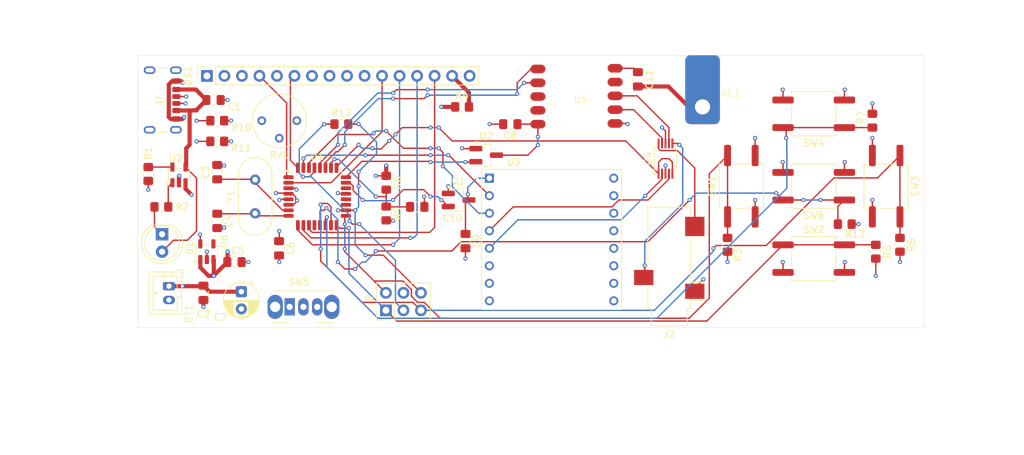
<source format=kicad_pcb>
(kicad_pcb (version 20241229) (generator "pcbnew") (generator_version "9.0")
  (layers (0 "F.Cu" signal "SIG1.Cu") (4 "In1.Cu" power "GND.Cu") (6 "In2.Cu" power "PWR.Cu") (2 "B.Cu" signal "SIG2.Cu") (13 "F.Paste" user) (15 "B.Paste" user) (5 "F.SilkS" user "F.Silkscreen") (7 "B.SilkS" user "B.Silkscreen") (1 "F.Mask" user) (3 "B.Mask" user) (25 "Edge.Cuts" user))
  (net 0 "")
  (net 1 "GND")
  (net 2 "Net-(BT1-+)")
  (net 3 "Net-(D1-A)")
  (net 4 "Net-(U1-XTAL1{slash}PB6)")
  (net 5 "Net-(U1-XTAL2{slash}PB7)")
  (net 6 "Net-(DS1-VDD)")
  (net 7 "RST_VCC")
  (net 8 "Net-(Q2-S)")
  (net 9 "Net-(Q1-S)")
  (net 10 "Net-(U1-PC3)")
  (net 11 "Net-(U5-ANT)")
  (net 12 "Net-(D1-K)")
  (net 14 "Net-(DS1-LED(+))")
  (net 16 "/D5")
  (net 18 "/RS")
  (net 19 "/D4")
  (net 20 "/D7")
  (net 21 "/E")
  (net 22 "/D6")
  (net 23 "Net-(DS1-VO)")
  (net 25 "Net-(J1-CC2)")
  (net 28 "Net-(J1-CC1)")
  (net 31 "Net-(J2-PadT)")
  (net 32 "Net-(J2-PadR)")
  (net 33 "RST_ISP")
  (net 34 "MOSI_ISP")
  (net 35 "MISO_ISP")
  (net 36 "SCK_ISP")
  (net 37 "Net-(Q1-G)")
  (net 38 "Net-(Q2-G)")
  (net 39 "Net-(U2-PROG)")
  (net 40 "Net-(U2-STAT)")
  (net 41 "/btn_u")
  (net 43 "Net-(U1-PC2)")
  (net 44 "/A_RX")
  (net 46 "/btn_ok")
  (net 47 "/R_SCL")
  (net 49 "/R_SDA")
  (net 51 "/A_TX")
  (net 54 "Net-(U3-DAC_L)")
  (net 61 "Net-(U3-DAC_R)")
  (net 63 "Net-(U5-ROUT)")
  (net 64 "Net-(U5-LOUT)")
  (net 69 "Net-(AE1-A)")
  (footprint "Resistor_SMD:R_0805_2012Metric_Pad1.20x1.40mm_HandSolder" (layer "F.Cu") (at 185.5 65 -90)
    (property "Reference" "R5")
    (property "Value" "10k")
  )
  (footprint "Button_Switch_SMD:SW_Push_1P1T_NO_CK_KSC9xxG" (layer "F.Cu") (at 176.5 66 180)
    (property "Reference" "SW2")
    (property "Value" "SW_D")
  )
  (footprint "Package_TO_SOT_SMD:SOT-23-5" (layer "F.Cu") (at 88.5 65 90)
    (property "Reference" "U6")
    (property "Value" "MCP1802x-xx02xOT")
  )
  (footprint "Connector_PinSocket_2.54mm:PinSocket_1x16_P2.54mm_Vertical" (layer "F.Cu") (at 88.5 39.5 90)
    (property "Reference" "DS1")
    (property "Value" "WC1602A")
  )
  (footprint "Capacitor_SMD:C_0805_2012Metric_Pad1.18x1.45mm_HandSolder" (layer "F.Cu") (at 132.5 46.5 180)
    (property "Reference" "C8")
    (property "Value" "100n")
  )
  (footprint "Capacitor_SMD:C_0805_2012Metric_Pad1.18x1.45mm_HandSolder" (layer "F.Cu") (at 98.9625 64.5 -90)
    (property "Reference" "C6")
    (property "Value" "1u")
  )
  (footprint "Resistor_SMD:R_0805_2012Metric_Pad1.20x1.40mm_HandSolder" (layer "F.Cu") (at 125.5 44)
    (property "Reference" "R4")
    (property "Value" "470")
  )
  (footprint "Package_TO_SOT_SMD:SOT-23_Handsoldering" (layer "F.Cu") (at 129 51)
    (property "Reference" "Q2")
    (property "Value" "PMOS")
  )
  (footprint "Capacitor_SMD:C_0805_2012Metric_Pad1.18x1.45mm_HandSolder" (layer "F.Cu") (at 119 58.5)
    (property "Reference" "C10")
    (property "Value" "100n")
  )
  (footprint "Package_QFP:TQFP-32_7x7mm_P0.8mm" (layer "F.Cu") (at 104.5 56.996607)
    (property "Reference" "U1")
    (property "Value" "ATmega328P-A")
  )
  (footprint "LED_THT:LED_D5.0mm" (layer "F.Cu") (at 82 62.46 -90)
    (property "Reference" "D1")
    (property "Value" "LED")
  )
  (footprint "Potentiometer_THT:Potentiometer_Bourns_3339P_Vertical" (layer "F.Cu") (at 101.54 46 90)
    (property "Reference" "RV1")
    (property "Value" "100k")
  )
  (footprint "Connector_USB:USB_C_Receptacle_GCT_USB4125-xx-x-0190_6P_TopMnt_Horizontal" (layer "F.Cu") (at 81 43 -90)
    (property "Reference" "J1")
    (property "Value" "USB_C_Receptacle_PowerOnly_6P")
  )
  (footprint "Button_Switch_SMD:SW_Push_1P1T_NO_CK_KSC9xxG" (layer "F.Cu") (at 166 55.5 -90)
    (property "Reference" "SW1")
    (property "Value" "SW_L")
  )
  (footprint "Resistor_SMD:R_0805_2012Metric_Pad1.20x1.40mm_HandSolder" (layer "F.Cu") (at 80 53.725 90)
    (property "Reference" "R1")
    (property "Value" "2k")
  )
  (footprint "Capacitor_SMD:C_0805_2012Metric_Pad1.18x1.45mm_HandSolder" (layer "F.Cu") (at 88 70.9625 -90)
    (property "Reference" "C2")
    (property "Value" "4u7")
  )
  (footprint "Connector_Audio:Jack_3.5mm_CUI_SJ-3523-SMT_Horizontal" (layer "F.Cu") (at 155.55 67.1375 180)
    (property "Reference" "J2")
    (property "Value" "AudioJack3")
  )
  (footprint "Connector_PinHeader_2.54mm:PinHeader_2x03_P2.54mm_Vertical" (layer "F.Cu") (at 114.46 73.5 90)
    (property "Reference" "J3")
    (property "Value" "ISP")
  )
  (footprint "Custom_footprints:MODULE_DFR0299" (layer "F.Cu") (at 138.483 63.23)
    (property "Reference" "U3")
    (property "Value" "DFR0299")
  )
  (footprint "Package_TO_SOT_SMD:SOT-23_Handsoldering" (layer "F.Cu") (at 125 57.5)
    (property "Reference" "Q1")
    (property "Value" "PMOS")
  )
  (footprint "Resistor_SMD:R_0805_2012Metric_Pad1.20x1.40mm_HandSolder" (layer "F.Cu") (at 164 64 -90)
    (property "Reference" "R3")
    (property "Value" "10k")
  )
  (footprint "Capacitor_SMD:C_0805_2012Metric_Pad1.18x1.45mm_HandSolder" (layer "F.Cu") (at 90 53.459107 90)
    (property "Reference" "C3")
    (property "Value" "20p")
  )
  (footprint "Capacitor_SMD:C_0805_2012Metric_Pad1.18x1.45mm_HandSolder" (layer "F.Cu") (at 92.5 66.5)
    (property "Reference" "C5")
    (property "Value" "100n")
  )
  (footprint "Button_Switch_SMD:SW_Push_1P1T_NO_CK_KSC9xxG" (layer "F.Cu") (at 187 55.5 90)
    (property "Reference" "SW3")
    (property "Value" "SW_R")
  )
  (footprint "Button_Switch_SMD:SW_Push_1P1T_NO_CK_KSC9xxG" (layer "F.Cu") (at 176.5 55.5)
    (property "Reference" "SW6")
    (property "Value" "SW_OK")
  )
  (footprint "Package_TO_SOT_SMD:SOT-23-5" (layer "F.Cu") (at 84.45 53.8625 90)
    (property "Reference" "U2")
    (property "Value" "MCP73831-2-OT")
  )
  (footprint "Connector_JST:JST_PH_B2B-PH-K_1x02_P2.00mm_Vertical" (layer "F.Cu") (at 83 70 -90)
    (property "Reference" "BT1")
    (property "Value" "Battery_Cell")
  )
  (footprint "Resistor_SMD:R_0805_2012Metric_Pad1.20x1.40mm_HandSolder" (layer "F.Cu") (at 189 64 -90)
    (property "Reference" "R6")
    (property "Value" "10k")
  )
  (footprint "Resistor_SMD:R_0805_2012Metric_Pad1.20x1.40mm_HandSolder" (layer "F.Cu") (at 81.9 58.5 180)
    (property "Reference" "R2")
    (property "Value" "470")
  )
  (footprint "Resistor_SMD:R_0805_2012Metric_Pad1.20x1.40mm_HandSolder" (layer "F.Cu") (at 108 46.5)
    (property "Reference" "R12")
    (property "Value" "10k")
  )
  (footprint "Capacitor_THT:CP_Radial_D5.0mm_P2.50mm" (layer "F.Cu") (at 93.5 70.794888 -90)
    (property "Reference" "C7")
    (property "Value" "47u")
  )
  (footprint "Capacitor_SMD:C_0805_2012Metric_Pad1.18x1.45mm_HandSolder" (layer "F.Cu") (at 89.4625 43)
    (property "Reference" "C1")
    (property "Value" "4u7")
  )
  (footprint "Resistor_SMD:R_0805_2012Metric_Pad1.20x1.40mm_HandSolder" (layer "F.Cu") (at 90 46)
    (property "Reference" "R10")
    (property "Value" "5k1")
  )
  (footprint "Resistor_SMD:R_0805_2012Metric_Pad1.20x1.40mm_HandSolder" (layer "F.Cu") (at 90 49)
    (property "Reference" "R11")
    (property "Value" "5k1")
  )
  (footprint "Resistor_SMD:R_0805_2012Metric_Pad1.20x1.40mm_HandSolder" (layer "F.Cu") (at 114.5 59.45 -90)
    (property "Reference" "R9")
    (property "Value" "100k")
  )
  (footprint "Resistor_SMD:R_0805_2012Metric_Pad1.20x1.40mm_HandSolder" (layer "F.Cu") (at 114.5 55 -90)
    (property "Reference" "R8")
    (property "Value" "100k")
  )
  (footprint "Crystal:Crystal_HC49-4H_Vertical" (layer "F.Cu") (at 95.5 59.436607 90)
    (property "Reference" "Y1")
    (property "Value" "8MHz")
  )
  (footprint "Button_Switch_THT:SW_Slide_SPDT_Angled_CK_OS102011MA1Q" (layer "F.Cu") (at 100.5 73)
    (property "Reference" "SW5")
    (property "Value" "SW_SPDT")
  )
  (footprint "Package_SO:VSSOP-10_3x3mm_P0.5mm" (layer "F.Cu") (at 155 51.5 90)
    (property "Reference" "U4")
    (property "Value" "TS5A23159DGS")
  )
  (footprint "Resistor_SMD:R_0805_2012Metric_Pad1.20x1.40mm_HandSolder" (layer "F.Cu") (at 185 46 90)
    (property "Reference" "R7")
    (property "Value" "10k")
  )
  (footprint "Capacitor_SMD:C_0805_2012Metric_Pad1.18x1.45mm_HandSolder" (layer "F.Cu") (at 126 63.4625 -90)
    (property "Reference" "C9")
    (property "Value" "100n")
  )
  (footprint "Button_Switch_SMD:SW_Push_1P1T_NO_CK_KSC9xxG" (layer "F.Cu") (at 176.5 45)
    (property "Reference" "SW4")
    (property "Value" "SW_U")
  )
  (footprint "Custom_footprints:RDA5807M Module" (layer "F.Cu") (at 142.2 42.4)
    (property "Reference" "U5")
    (property "Value" "RDA5807M")
  )
  (footprint "Capacitor_SMD:C_0805_2012Metric_Pad1.18x1.45mm_HandSolder" (layer "F.Cu") (at 90 60.534107 -90)
    (property "Reference" "C4")
    (property "Value" "20p")
  )
  (footprint "Resistor_SMD:R_0805_2012Metric_Pad1.20x1.40mm_HandSolder" (layer "F.Cu") (at 181 61)
    (property "Reference" "R13")
    (property "Value" "10k")
  )
  (footprint "Capacitor_SMD:C_0805_2012Metric_Pad1.18x1.45mm_HandSolder" (layer "F.Cu") (at 151 40 -90)
    (property "Reference" "C11")
    (property "Value" "30p")
  )
  (footprint "Custom_footprints:FM_Antenna_Mount" (layer "F.Cu") (at 162.875 41.5 180)
    (property "Reference" "AE1")
    (property "Value" "Antenna")
  )
  (gr_rect (start 78.5 36.5) (end 192.5 76) (stroke (width 0.05)) (fill no) (layer "Edge.Cuts"))
  (segment (start 98.9625 65.5375) (end 98.9625 66.4625) (width 0.2) (layer "F.Cu") (net 1))
  (segment (start 84.45 54.05) (end 84.5 54) (width 0.2) (layer "F.Cu") (net 1))
  (segment (start 101.296607 55.796607) (end 101.5 56) (width 0.2) (layer "F.Cu") (net 1))
  (segment (start 84.95 45.75) (end 85.2 45.5) (width 0.6) (layer "F.Cu") (net 1))
  (segment (start 80 54.725) (end 80 56) (width 0.2) (layer "F.Cu") (net 1))
  (segment (start 84.75 40.25) (end 85 40.5) (width 0.6) (layer "F.Cu") (net 1))
  (segment (start 90.928393 61.571607) (end 91 61.5) (width 0.2) (layer "F.Cu") (net 1))
  (segment (start 131.4625 46.5) (end 129.5 46.5) (width 0.2) (layer "F.Cu") (net 1))
  (segment (start 100.3375 57.396607) (end 99.103393 57.396607) (width 0.2) (layer "F.Cu") (net 1))
  (segment (start 84.08 45.75) (end 84.95 45.75) (width 0.6) (layer "F.Cu") (net 1))
  (segment (start 90.921607 52.421607) (end 91 52.5) (width 0.2) (layer "F.Cu") (net 1))
  (segment (start 98.9625 66.4625) (end 99 66.5) (width 0.2) (layer "F.Cu") (net 1))
  (segment (start 182 61) (end 183 61) (width 0.2) (layer "F.Cu") (net 1))
  (segment (start 120.0375 57.0375) (end 120 57) (width 0.2) (layer "F.Cu") (net 1))
  (segment (start 159.25 70.7375) (end 159.25 70.25) (width 0.2) (layer "F.Cu") (net 1))
  (segment (start 84.08 40.25) (end 83.48 40.25) (width 0.6) (layer "F.Cu") (net 1))
  (segment (start 88.5 66.1375) (end 88.5 65) (width 0.2) (layer "F.Cu") (net 1))
  (segment (start 155 53.7) (end 155 52.5) (width 0.2) (layer "F.Cu") (net 1))
  (segment (start 88 72) (end 88 73) (width 0.6) (layer "F.Cu") (net 1))
  (segment (start 83.25 45.75) (end 84.08 45.75) (width 0.6) (layer "F.Cu") (net 1))
  (segment (start 84.08 40.25) (end 84.75 40.25) (width 0.6) (layer "F.Cu") (net 1))
  (segment (start 90.5 43) (end 91.5 43) (width 0.2) (layer "F.Cu") (net 1))
  (segment (start 99.103393 57.396607) (end 99 57.5) (width 0.2) (layer "F.Cu") (net 1))
  (segment (start 114.5 60.45) (end 115.45 60.45) (width 0.2) (layer "F.Cu") (net 1))
  (segment (start 159.25 70.25) (end 160.5 69) (width 0.2) (layer "F.Cu") (net 1))
  (segment (start 189 65) (end 189 66.5) (width 0.2) (layer "F.Cu") (net 1))
  (segment (start 84.45 55) (end 84.45 54.05) (width 0.6) (layer "F.Cu") (net 1))
  (segment (start 91 49) (end 92 49) (width 0.2) (layer "F.Cu") (net 1))
  (segment (start 115.45 60.45) (end 115.5 60.5) (width 0.2) (layer "F.Cu") (net 1))
  (segment (start 84.18 45.75) (end 84.08 45.75) (width 0.6) (layer "F.Cu") (net 1))
  (segment (start 83.48 40.25) (end 82.979 40.751) (width 0.6) (layer "F.Cu") (net 1))
  (segment (start 93.5375 66.5) (end 94.5 66.5) (width 0.2) (layer "F.Cu") (net 1))
  (segment (start 185.5 66) (end 185.5 68.5) (width 0.2) (layer "F.Cu") (net 1))
  (segment (start 82.979 45.479) (end 83.25 45.75) (width 0.6) (layer "F.Cu") (net 1))
  (segment (start 149.4 46.4) (end 149.5 46.5) (width 0.2) (layer "F.Cu") (net 1))
  (segment (start 147.7 46.4) (end 149.4 46.4) (width 0.2) (layer "F.Cu") (net 1))
  (segment (start 126 64.5) (end 126 66) (width 0.2) (layer "F.Cu") (net 1))
  (segment (start 90 61.571607) (end 90.928393 61.571607) (width 0.2) (layer "F.Cu") (net 1))
  (segment (start 108.6625 56.596607) (end 107.596607 56.596607) (width 0.2) (layer "F.Cu") (net 1))
  (segment (start 164 65) (end 164 66.5) (width 0.2) (layer "F.Cu") (net 1))
  (segment (start 100.3375 55.796607) (end 101.296607 55.796607) (width 0.2) (layer "F.Cu") (net 1))
  (segment (start 90 52.421607) (end 90.921607 52.421607) (width 0.2) (layer "F.Cu") (net 1))
  (segment (start 82.979 40.751) (end 82.979 45.479) (width 0.6) (layer "F.Cu") (net 1))
  (segment (start 185 45) (end 185 43.5) (width 0.2) (layer "F.Cu") (net 1))
  (segment (start 107.596607 56.596607) (end 107.5 56.5) (width 0.2) (layer "F.Cu") (net 1))
  (segment (start 120.0375 58.5) (end 120.0375 57.0375) (width 0.2) (layer "F.Cu") (net 1))
  (segment (start 91 46) (end 92 46) (width 0.2) (layer "F.Cu") (net 1))
  (via (at 85 40.5) (size 0.6) (drill 0.3) (layers "F.Cu" "B.Cu") (net 1))
  (via (at 88.5 65) (size 0.6) (drill 0.3) (layers "F.Cu" "B.Cu") (net 1))
  (via (at 107.5 56.5) (size 0.6) (drill 0.3) (layers "F.Cu" "B.Cu") (net 1))
  (via (at 185.5 68.5) (size 0.6) (drill 0.3) (layers "F.Cu" "B.Cu") (net 1))
  (via (at 149.5 46.5) (size 0.6) (drill 0.3) (layers "F.Cu" "B.Cu") (net 1))
  (via (at 99 66.5) (size 0.6) (drill 0.3) (layers "F.Cu" "B.Cu") (net 1))
  (via (at 126 66) (size 0.6) (drill 0.3) (layers "F.Cu" "B.Cu") (net 1))
  (via (at 91 61.5) (size 0.6) (drill 0.3) (layers "F.Cu" "B.Cu") (net 1))
  (via (at 91 52.5) (size 0.6) (drill 0.3) (layers "F.Cu" "B.Cu") (net 1))
  (via (at 84.5 54) (size 0.6) (drill 0.3) (layers "F.Cu" "B.Cu") (net 1))
  (via (at 91.5 43) (size 0.6) (drill 0.3) (layers "F.Cu" "B.Cu") (net 1))
  (via (at 80 56) (size 0.6) (drill 0.3) (layers "F.Cu" "B.Cu") (net 1))
  (via (at 92 49) (size 0.6) (drill 0.3) (layers "F.Cu" "B.Cu") (net 1))
  (via (at 164 66.5) (size 0.6) (drill 0.3) (layers "F.Cu" "B.Cu") (net 1))
  (via (at 101.5 56) (size 0.6) (drill 0.3) (layers "F.Cu" "B.Cu") (net 1))
  (via (at 120 57) (size 0.6) (drill 0.3) (layers "F.Cu" "B.Cu") (net 1))
  (via (at 94.5 66.5) (size 0.6) (drill 0.3) (layers "F.Cu" "B.Cu") (net 1))
  (via (at 160.5 69) (size 0.6) (drill 0.3) (layers "F.Cu" "B.Cu") (net 1))
  (via (at 183 61) (size 0.6) (drill 0.3) (layers "F.Cu" "B.Cu") (net 1))
  (via (at 189 66.5) (size 0.6) (drill 0.3) (layers "F.Cu" "B.Cu") (net 1))
  (via (at 88 73) (size 0.6) (drill 0.3) (layers "F.Cu" "B.Cu") (net 1))
  (via (at 85.2 45.5) (size 0.6) (drill 0.3) (layers "F.Cu" "B.Cu") (net 1))
  (via (at 99 57.5) (size 0.6) (drill 0.3) (layers "F.Cu" "B.Cu") (net 1))
  (via (at 92 46) (size 0.6) (drill 0.3) (layers "F.Cu" "B.Cu") (net 1))
  (via (at 155 52.5) (size 0.6) (drill 0.3) (layers "F.Cu" "B.Cu") (net 1))
  (via (at 115.5 60.5) (size 0.6) (drill 0.3) (layers "F.Cu" "B.Cu") (net 1))
  (via (at 129.5 46.5) (size 0.6) (drill 0.3) (layers "F.Cu" "B.Cu") (net 1))
  (via (at 185 43.5) (size 0.6) (drill 0.3) (layers "F.Cu" "B.Cu") (net 1))
  (segment (start 86.262471 56.737529) (end 85.4 55.875058) (width 0.6) (layer "F.Cu") (net 2))
  (segment (start 88.869888 70.794888) (end 88 69.925) (width 0.6) (layer "F.Cu") (net 2))
  (segment (start 88 70) (end 85 70) (width 0.6) (layer "F.Cu") (net 2))
  (segment (start 93.5 70.794888) (end 88.869888 70.794888) (width 0.6) (layer "F.Cu") (net 2))
  (segment (start 85 70) (end 83 70) (width 0.6) (layer "F.Cu") (net 2))
  (segment (start 85.4 55.875058) (end 85.4 55) (width 0.6) (layer "F.Cu") (net 2))
  (via (at 86.262471 56.737529) (size 0.6) (drill 0.3) (layers "F.Cu" "B.Cu") (net 2))
  (via (at 85 70) (size 0.6) (drill 0.3) (layers "F.Cu" "B.Cu") (net 2))
  (segment (start 85.5 52.625) (end 85.5 50) (width 0.6) (layer "F.Cu") (net 3))
  (segment (start 87 44.425) (end 88.425 43) (width 0.6) (layer "F.Cu") (net 3))
  (segment (start 86 49.5) (end 86 44.52) (width 0.6) (layer "F.Cu") (net 3))
  (segment (start 87 62) (end 85.665 63.335) (width 0.2) (layer "F.Cu") (net 3))
  (segment (start 85.665 63.335) (end 83.665 63.335) (width 0.2) (layer "F.Cu") (net 3))
  (segment (start 86.905 41.48) (end 88.425 43) (width 0.6) (layer "F.Cu") (net 3))
  (segment (start 85.5 50) (end 86 49.5) (width 0.6) (layer "F.Cu") (net 3))
  (segment (start 87 54.325) (end 87 62) (width 0.2) (layer "F.Cu") (net 3))
  (segment (start 86.5 44.52) (end 86.52 44.5) (width 0.6) (layer "F.Cu") (net 3))
  (segment (start 85.4 52.725) (end 87 54.325) (width 0.2) (layer "F.Cu") (net 3))
  (segment (start 83.665 63.335) (end 82 65) (width 0.2) (layer "F.Cu") (net 3))
  (segment (start 86.52 44.5) (end 87 44.5) (width 0.6) (layer "F.Cu") (net 3))
  (segment (start 86 44.52) (end 86.5 44.52) (width 0.6) (layer "F.Cu") (net 3))
  (segment (start 84.08 44.52) (end 86 44.52) (width 0.6) (layer "F.Cu") (net 3))
  (segment (start 84.08 41.48) (end 86.905 41.48) (width 0.6) (layer "F.Cu") (net 3))
  (segment (start 87 44.5) (end 87 44.425) (width 0.6) (layer "F.Cu") (net 3))
  (segment (start 85.4 52.725) (end 85.5 52.625) (width 0.6) (layer "F.Cu") (net 3))
  (segment (start 90 54.496607) (end 95.44 54.496607) (width 0.2) (layer "F.Cu") (net 4))
  (segment (start 99.493214 58.996607) (end 100.3375 58.996607) (width 0.2) (layer "F.Cu") (net 4))
  (segment (start 95.44 54.496607) (end 95.5 54.556607) (width 0.6) (layer "F.Cu") (net 4))
  (segment (start 95.5 55.003393) (end 99.493214 58.996607) (width 0.2) (layer "F.Cu") (net 4))
  (segment (start 95.5 54.556607) (end 95.5 55.003393) (width 0.6) (layer "F.Cu") (net 4))
  (segment (start 95.44 59.496607) (end 95.5 59.436607) (width 0.6) (layer "F.Cu") (net 5))
  (segment (start 90 59.496607) (end 95.44 59.496607) (width 0.2) (layer "F.Cu") (net 5))
  (segment (start 95.861 59.797607) (end 100.3375 59.797607) (width 0.2) (layer "F.Cu") (net 5))
  (segment (start 95.5 59.436607) (end 95.861 59.797607) (width 0.6) (layer "F.Cu") (net 5))
  (segment (start 172.05 66.55) (end 172 66.5) (width 0.2) (layer "F.Cu") (net 6))
  (segment (start 125.55 50.05) (end 125.5 50) (width 0.2) (layer "F.Cu") (net 6))
  (segment (start 172.05 52.05) (end 172 52) (width 0.2) (layer "F.Cu") (net 6))
  (segment (start 180.95 43) (end 180.95 41.55) (width 0.2) (layer "F.Cu") (net 6))
  (segment (start 114.5 54) (end 113 54) (width 0.2) (layer "F.Cu") (net 6))
  (segment (start 89.5 68.5) (end 89.5 66.1875) (width 0.6) (layer "F.Cu") (net 6))
  (segment (start 89.5 68.5) (end 88.75 68.5) (width 0.6) (layer "F.Cu") (net 6))
  (segment (start 155 49.3) (end 155 47.5) (width 0.2) (layer "F.Cu") (net 6))
  (segment (start 180.95 53.5) (end 180.95 52.05) (width 0.2) (layer "F.Cu") (net 6))
  (segment (start 91.5 66.4625) (end 91.4625 66.5) (width 0.6) (layer "F.Cu") (net 6))
  (segment (start 172.05 68) (end 172.05 66.55) (width 0.2) (layer "F.Cu") (net 6))
  (segment (start 91.5 65) (end 91.5 66.4625) (width 0.6) (layer "F.Cu") (net 6))
  (segment (start 155 47.5) (end 154.5 47) (width 0.2) (layer "F.Cu") (net 6))
  (segment (start 180.95 68) (end 180.95 66.55) (width 0.2) (layer "F.Cu") (net 6))
  (segment (start 180.95 66.55) (end 181 66.5) (width 0.2) (layer "F.Cu") (net 6))
  (segment (start 87.55 67.3) (end 87.55 66.1375) (width 0.6) (layer "F.Cu") (net 6))
  (segment (start 88.75 68.5) (end 87.55 67.3) (width 0.6) (layer "F.Cu") (net 6))
  (segment (start 123.5 56.55) (end 123.5 55.5) (width 0.2) (layer "F.Cu") (net 6))
  (segment (start 89.5 68.4625) (end 91.4625 66.5) (width 0.6) (layer "F.Cu") (net 6))
  (segment (start 172.05 43) (end 172.05 41.55) (width 0.2) (layer "F.Cu") (net 6))
  (segment (start 185 51.05) (end 185 48.5) (width 0.2) (layer "F.Cu") (net 6))
  (segment (start 168 59.95) (end 168 57.5) (width 0.2) (layer "F.Cu") (net 6))
  (segment (start 89.5 66.1875) (end 89.45 66.1375) (width 0.6) (layer "F.Cu") (net 6))
  (segment (start 180.95 41.55) (end 181 41.5) (width 0.2) (layer "F.Cu") (net 6))
  (segment (start 168 51.05) (end 168 48.5) (width 0.2) (layer "F.Cu") (net 6))
  (segment (start 185 59.95) (end 185 57.5) (width 0.2) (layer "F.Cu") (net 6))
  (segment (start 172.05 53.5) (end 172.05 52.05) (width 0.2) (layer "F.Cu") (net 6))
  (segment (start 180.95 52.05) (end 181 52) (width 0.2) (layer "F.Cu") (net 6))
  (segment (start 172.05 41.55) (end 172 41.5) (width 0.2) (layer "F.Cu") (net 6))
  (segment (start 124.5 44) (end 122.5 44) (width 0.6) (layer "F.Cu") (net 6))
  (segment (start 89.5 68.5) (end 89.5 68.4625) (width 0.6) (layer "F.Cu") (net 6))
  (segment (start 127.5 50.05) (end 125.55 50.05) (width 0.2) (layer "F.Cu") (net 6))
  (segment (start 114.5 52.5) (end 114.5 54) (width 0.6) (layer "F.Cu") (net 6))
  (via (at 181 41.5) (size 0.6) (drill 0.3) (layers "F.Cu" "B.Cu") (net 6))
  (via (at 181 66.5) (size 0.6) (drill 0.3) (layers "F.Cu" "B.Cu") (net 6))
  (via (at 185 48.5) (size 0.6) (drill 0.3) (layers "F.Cu" "B.Cu") (net 6))
  (via (at 181 52) (size 0.6) (drill 0.3) (layers "F.Cu" "B.Cu") (net 6))
  (via (at 123.5 55.5) (size 0.6) (drill 0.3) (layers "F.Cu" "B.Cu") (net 6))
  (via (at 168 48.5) (size 0.6) (drill 0.3) (layers "F.Cu" "B.Cu") (net 6))
  (via (at 91.5 65) (size 0.6) (drill 0.3) (layers "F.Cu" "B.Cu") (net 6))
  (via (at 172 52) (size 0.6) (drill 0.3) (layers "F.Cu" "B.Cu") (net 6))
  (via (at 89.5 68.5) (size 0.6) (drill 0.3) (layers "F.Cu" "B.Cu") (net 6))
  (via (at 185 57.5) (size 0.6) (drill 0.3) (layers "F.Cu" "B.Cu") (net 6))
  (via (at 114.5 52.5) (size 0.6) (drill 0.3) (layers "F.Cu" "B.Cu") (net 6))
  (via (at 172 41.5) (size 0.6) (drill 0.3) (layers "F.Cu" "B.Cu") (net 6))
  (via (at 172 66.5) (size 0.6) (drill 0.3) (layers "F.Cu" "B.Cu") (net 6))
  (via (at 154.5 47) (size 0.6) (drill 0.3) (layers "F.Cu" "B.Cu") (net 6))
  (via (at 168 57.5) (size 0.6) (drill 0.3) (layers "F.Cu" "B.Cu") (net 6))
  (via (at 122.5 44) (size 0.6) (drill 0.3) (layers "F.Cu" "B.Cu") (net 6))
  (via (at 113 54) (size 0.6) (drill 0.3) (layers "F.Cu" "B.Cu") (net 6))
  (via (at 125.5 50) (size 0.6) (drill 0.3) (layers "F.Cu" "B.Cu") (net 6))
  (segment (start 101.376 57.5) (end 101.376 57.895606) (width 0.2) (layer "F.Cu") (net 7))
  (segment (start 110.5 55.5) (end 110.5 53.500001) (width 0.2) (layer "F.Cu") (net 7))
  (segment (start 108.659107 59) (end 108.6625 58.996607) (width 0.2) (layer "F.Cu") (net 7))
  (segment (start 87.55 63.8625) (end 87.55 62.95) (width 0.2) (layer "F.Cu") (net 7))
  (segment (start 98.5 56.5) (end 100.240893 56.5) (width 0.2) (layer "F.Cu") (net 7))
  (segment (start 108.6625 58.996607) (end 109.996607 58.996607) (width 0.2) (layer "F.Cu") (net 7))
  (segment (start 119.54 70.96) (end 114.08 65.5) (width 0.2) (layer "F.Cu") (net 7))
  (segment (start 87.55 62.55) (end 87.5 62.5) (width 0.2) (layer "F.Cu") (net 7))
  (segment (start 110.5 46.5) (end 109 46.5) (width 0.2) (layer "F.Cu") (net 7))
  (segment (start 101.493736 57.5) (end 101.57394 57.580204) (width 0.2) (layer "F.Cu") (net 7))
  (segment (start 114.08 65.5) (end 111.5 65.5) (width 0.2) (layer "F.Cu") (net 7))
  (segment (start 100.3375 56.596607) (end 100.898944 56.596607) (width 0.2) (layer "F.Cu") (net 7))
  (segment (start 100.240893 56.5) (end 100.3375 56.596607) (width 0.2) (layer "F.Cu") (net 7))
  (segment (start 107.5 59) (end 108.659107 59) (width 0.2) (layer "F.Cu") (net 7))
  (segment (start 109.996607 58.996607) (end 110 59) (width 0.2) (layer "F.Cu") (net 7))
  (segment (start 87.55 62.95) (end 87.55 62.55) (width 0.2) (layer "F.Cu") (net 7))
  (segment (start 101.376 57.5) (end 101.493736 57.5) (width 0.2) (layer "F.Cu") (net 7))
  (segment (start 99 62) (end 99 63.425) (width 0.2) (layer "F.Cu") (net 7))
  (segment (start 99 63.425) (end 98.9625 63.4625) (width 0.2) (layer "F.Cu") (net 7))
  (segment (start 110.5 53.500001) (end 110.5 53.4) (width 0.2) (layer "F.Cu") (net 7))
  (segment (start 101.376 57.895606) (end 101.074999 58.196607) (width 0.2) (layer "F.Cu") (net 7))
  (segment (start 101.376 57.073663) (end 101.376 57.5) (width 0.2) (layer "F.Cu") (net 7))
  (segment (start 100.898944 56.596607) (end 101.376 57.073663) (width 0.2) (layer "F.Cu") (net 7))
  (segment (start 101.074999 58.196607) (end 100.3375 58.196607) (width 0.2) (layer "F.Cu") (net 7))
  (via (at 107.5 59) (size 0.6) (drill 0.3) (layers "F.Cu" "B.Cu") (net 7))
  (via (at 98.5 56.5) (size 0.6) (drill 0.3) (layers "F.Cu" "B.Cu") (net 7))
  (via (at 99 62) (size 0.6) (drill 0.3) (layers "F.Cu" "B.Cu") (net 7))
  (via (at 101.57394 57.580204) (size 0.6) (drill 0.3) (layers "F.Cu" "B.Cu") (net 7))
  (via (at 110.5 46.5) (size 0.6) (drill 0.3) (layers "F.Cu" "B.Cu") (net 7))
  (via (at 111.5 65.5) (size 0.6) (drill 0.3) (layers "F.Cu" "B.Cu") (net 7))
  (via (at 110 59) (size 0.6) (drill 0.3) (layers "F.Cu" "B.Cu") (net 7))
  (via (at 110.5 55.5) (size 0.6) (drill 0.3) (layers "F.Cu" "B.Cu") (net 7))
  (via (at 110.5 53.4) (size 0.6) (drill 0.3) (layers "F.Cu" "B.Cu") (net 7))
  (via (at 87.5 62.5) (size 0.6) (drill 0.3) (layers "F.Cu" "B.Cu") (net 7))
  (segment (start 110.5 46.5) (end 113.101 49.101) (width 0.2) (layer "B.Cu") (net 7))
  (segment (start 111.5 65.5) (end 110 64) (width 0.2) (layer "B.Cu") (net 7))
  (segment (start 113.101 50.799) (end 110.5 53.4) (width 0.2) (layer "B.Cu") (net 7))
  (segment (start 113.101 49.101) (end 113.101 50.799) (width 0.2) (layer "B.Cu") (net 7))
  (segment (start 110 64) (end 110 59) (width 0.2) (layer "B.Cu") (net 7))
  (segment (start 110 59) (end 110.5 58.5) (width 0.2) (layer "B.Cu") (net 7))
  (segment (start 110.5 58.5) (end 110.5 55.5) (width 0.2) (layer "B.Cu") (net 7))
  (segment (start 135.04 51) (end 136.5 49.54) (width 0.2) (layer "F.Cu") (net 8))
  (segment (start 136.5 48.34) (end 136.5 46.5) (width 0.2) (layer "F.Cu") (net 8))
  (segment (start 130.5 51) (end 135.04 51) (width 0.2) (layer "F.Cu") (net 8))
  (segment (start 133.5375 46.5) (end 136.5 46.5) (width 0.2) (layer "F.Cu") (net 8))
  (via (at 136.5 49.54) (size 0.6) (drill 0.3) (layers "F.Cu" "B.Cu") (net 8))
  (via (at 136.5 48.34) (size 0.6) (drill 0.3) (layers "F.Cu" "B.Cu") (net 8))
  (segment (start 136.5 49.54) (end 136.5 48.34) (width 0.2) (layer "B.Cu") (net 8))
  (segment (start 126 58) (end 126 62.425) (width 0.2) (layer "F.Cu") (net 9))
  (segment (start 126.325735 57.325735) (end 126.325735 56.674265) (width 0.2) (layer "F.Cu") (net 9))
  (segment (start 126.5 57.5) (end 126 58) (width 0.2) (layer "F.Cu") (net 9))
  (segment (start 126.5 57.5) (end 126.325735 57.325735) (width 0.2) (layer "F.Cu") (net 9))
  (via (at 126.325735 56.674265) (size 0.6) (drill 0.3) (layers "F.Cu" "B.Cu") (net 9))
  (segment (start 126.325735 56.674265) (end 126.325735 55.674265) (width 0.2) (layer "B.Cu") (net 9))
  (segment (start 126.325735 55.674265) (end 127.66 54.34) (width 0.2) (layer "B.Cu") (net 9))
  (segment (start 127.66 54.34) (end 129.466 54.34) (width 0.2) (layer "B.Cu") (net 9))
  (segment (start 107 51.6) (end 106.5 52.1) (width 0.2) (layer "F.Cu") (net 10))
  (segment (start 106.5 52.1) (end 106.5 52.834107) (width 0.2) (layer "F.Cu") (net 10))
  (segment (start 114.5 58.45) (end 114.5 57) (width 0.2) (layer "F.Cu") (net 10))
  (segment (start 114.55 58.5) (end 114.5 58.45) (width 0.2) (layer "F.Cu") (net 10))
  (segment (start 114.5 57) (end 113 57) (width 0.2) (layer "F.Cu") (net 10))
  (segment (start 117.9625 58.5) (end 114.55 58.5) (width 0.2) (layer "F.Cu") (net 10))
  (segment (start 114.5 57) (end 114.5 56) (width 0.2) (layer "F.Cu") (net 10))
  (via (at 113 57) (size 0.6) (drill 0.3) (layers "F.Cu" "B.Cu") (net 10))
  (via (at 107 51.6) (size 0.6) (drill 0.3) (layers "F.Cu" "B.Cu") (net 10))
  (segment (start 107.6 51.6) (end 113 57) (width 0.2) (layer "B.Cu") (net 10))
  (segment (start 107 51.6) (end 107.6 51.6) (width 0.2) (layer "B.Cu") (net 10))
  (segment (start 150.4375 38.4) (end 151 38.9625) (width 0.2) (layer "F.Cu") (net 11))
  (segment (start 147.7 38.4) (end 150.4375 38.4) (width 0.2) (layer "F.Cu") (net 11))
  (segment (start 80.9 61.36) (end 80.9 58.5) (width 0.2) (layer "F.Cu") (net 12))
  (segment (start 80.9 61.36) (end 82 62.46) (width 0.2) (layer "F.Cu") (net 12))
  (segment (start 126.5 41.94) (end 124.06 39.5) (width 0.6) (layer "F.Cu") (net 14))
  (segment (start 126.5 44) (end 126.5 41.94) (width 0.6) (layer "F.Cu") (net 14))
  (segment (start 101.7 61.896606) (end 103.803394 64) (width 0.2) (layer "F.Cu") (net 16))
  (segment (start 101.7 61.159107) (end 101.7 61.896606) (width 0.2) (layer "F.Cu") (net 16))
  (segment (start 103.803394 64) (end 115.5 64) (width 0.2) (layer "F.Cu") (net 16))
  (via (at 115.5 64) (size 0.6) (drill 0.3) (layers "F.Cu" "B.Cu") (net 16))
  (segment (start 115.5 64) (end 116.44 63.06) (width 0.2) (layer "B.Cu") (net 16))
  (segment (start 116.44 63.06) (end 116.44 39.5) (width 0.2) (layer "B.Cu") (net 16))
  (segment (start 100.3375 54.196607) (end 100.062501 53.921608) (width 0.2) (layer "F.Cu") (net 18))
  (segment (start 100.062501 53.921608) (end 100.062501 43.442501) (width 0.2) (layer "F.Cu") (net 18))
  (segment (start 100.062501 43.442501) (end 96.12 39.5) (width 0.2) (layer "F.Cu") (net 18))
  (segment (start 100.3375 54.996607) (end 106.498944 54.996607) (width 0.2) (layer "F.Cu") (net 19))
  (segment (start 113.9 47.595551) (end 113.9 39.5) (width 0.2) (layer "F.Cu") (net 19))
  (segment (start 106.498944 54.996607) (end 113.9 47.595551) (width 0.2) (layer "F.Cu") (net 19))
  (segment (start 121.52 61.48) (end 121.52 39.5) (width 0.2) (layer "F.Cu") (net 20))
  (segment (start 103.3 61.720551) (end 103.777056 62.197607) (width 0.2) (layer "F.Cu") (net 20))
  (segment (start 120.802393 62.197607) (end 121.52 61.48) (width 0.2) (layer "F.Cu") (net 20))
  (segment (start 103.777056 62.197607) (end 120.802393 62.197607) (width 0.2) (layer "F.Cu") (net 20))
  (segment (start 103.3 61.159107) (end 103.3 61.720551) (width 0.2) (layer "F.Cu") (net 20))
  (segment (start 101.7 52.834107) (end 100.609 51.743107) (width 0.2) (layer "F.Cu") (net 21))
  (segment (start 100.609 51.743107) (end 100.609 40.091) (width 0.2) (layer "F.Cu") (net 21))
  (segment (start 100.609 40.091) (end 101.2 39.5) (width 0.2) (layer "F.Cu") (net 21))
  (segment (start 103.603394 63) (end 102.5 61.896606) (width 0.2) (layer "F.Cu") (net 22))
  (segment (start 118 63) (end 103.603394 63) (width 0.2) (layer "F.Cu") (net 22))
  (segment (start 102.5 61.896606) (end 102.5 61.159107) (width 0.2) (layer "F.Cu") (net 22))
  (via (at 118 63) (size 0.6) (drill 0.3) (layers "F.Cu" "B.Cu") (net 22))
  (segment (start 118.46 63) (end 118.98 62.48) (width 0.2) (layer "B.Cu") (net 22))
  (segment (start 118.98 62.48) (end 118.98 39.5) (width 0.2) (layer "B.Cu") (net 22))
  (segment (start 118 63) (end 118.46 63) (width 0.2) (layer "B.Cu") (net 22))
  (segment (start 87 49) (end 89 49) (width 0.2) (layer "F.Cu") (net 25))
  (segment (start 84.08 43.5) (end 85.4 43.5) (width 0.2) (layer "F.Cu") (net 25))
  (via (at 85.4 43.5) (size 0.6) (drill 0.3) (layers "F.Cu" "B.Cu") (net 25))
  (via (at 87 49) (size 0.6) (drill 0.3) (layers "F.Cu" "B.Cu") (net 25))
  (segment (start 85.5 42.5) (end 84.08 42.5) (width 0.2) (layer "F.Cu") (net 28))
  (segment (start 87 46) (end 89 46) (width 0.2) (layer "F.Cu") (net 28))
  (via (at 87 46) (size 0.6) (drill 0.3) (layers "F.Cu" "B.Cu") (net 28))
  (via (at 85.5 42.5) (size 0.6) (drill 0.3) (layers "F.Cu" "B.Cu") (net 28))
  (segment (start 154 50.058824) (end 154.267176 50.326) (width 0.2) (layer "F.Cu") (net 31))
  (segment (start 154 49.3) (end 154 50.058824) (width 0.2) (layer "F.Cu") (net 31))
  (segment (start 154.267176 50.326) (end 156.71216 50.326) (width 0.2) (layer "F.Cu") (net 31))
  (segment (start 159.25 52.86384) (end 159.25 61.3375) (width 0.2) (layer "F.Cu") (net 31))
  (segment (start 156.71216 50.326) (end 159.25 52.86384) (width 0.2) (layer "F.Cu") (net 31))
  (segment (start 152 68.5875) (end 151.85 68.7375) (width 0.2) (layer "F.Cu") (net 32))
  (segment (start 156 49.3) (end 156.8 49.3) (width 0.2) (layer "F.Cu") (net 32))
  (segment (start 156.8 49.3) (end 157 49.5) (width 0.2) (layer "F.Cu") (net 32))
  (segment (start 152 67) (end 152 68.5875) (width 0.2) (layer "F.Cu") (net 32))
  (via (at 152 67) (size 0.6) (drill 0.3) (layers "F.Cu" "B.Cu") (net 32))
  (via (at 157 49.5) (size 0.6) (drill 0.3) (layers "F.Cu" "B.Cu") (net 32))
  (segment (start 157.5 50) (end 157.5 58) (width 0.2) (layer "B.Cu") (net 32))
  (segment (start 157.5 58) (end 152 63.5) (width 0.2) (layer "B.Cu") (net 32))
  (segment (start 152 63.5) (end 152 67) (width 0.2) (layer "B.Cu") (net 32))
  (segment (start 157 49.5) (end 157.5 50) (width 0.2) (layer "B.Cu") (net 32))
  (segment (start 109.604027 61) (end 109.175634 60.571607) (width 0.2) (layer "F.Cu") (net 33))
  (segment (start 110.6 61) (end 109.604027 61) (width 0.2) (layer "F.Cu") (net 33))
  (segment (start 107 46.5) (end 105.5 46.5) (width 0.2) (layer "F.Cu") (net 33))
  (segment (start 104.1 53.395551) (end 104.1 52.834107) (width 0.2) (layer "F.Cu") (net 33))
  (segment (start 103.371286 54.124265) (end 104.1 53.395551) (width 0.2) (layer "F.Cu") (net 33))
  (segment (start 102.419102 54.124265) (end 103.371286 54.124265) (width 0.2) (layer "F.Cu") (net 33))
  (via (at 105.5 46.5) (size 0.6) (drill 0.3) (layers "F.Cu" "B.Cu") (net 33))
  (via (at 102.419102 54.124265) (size 0.6) (drill 0.3) (layers "F.Cu" "B.Cu") (net 33))
  (via (at 109.175634 60.571607) (size 0.6) (drill 0.3) (layers "F.Cu" "B.Cu") (net 33))
  (via (at 110.6 61) (size 0.6) (drill 0.3) (layers "F.Cu" "B.Cu") (net 33))
  (segment (start 115.849 72.349) (end 115.849 66.249) (width 0.2) (layer "B.Cu") (net 33))
  (segment (start 101.899 53.604163) (end 102.419102 54.124265) (width 0.2) (layer "B.Cu") (net 33))
  (segment (start 109.175634 60.571607) (end 109.175634 59.675634) (width 0.2) (layer "B.Cu") (net 33))
  (segment (start 109.175634 59.675634) (end 103.624265 54.124265) (width 0.2) (layer "B.Cu") (net 33))
  (segment (start 101.899 50.101) (end 101.899 53.604163) (width 0.2) (layer "B.Cu") (net 33))
  (segment (start 117 73.5) (end 115.849 72.349) (width 0.2) (layer "B.Cu") (net 33))
  (segment (start 115.849 66.249) (end 110.6 61) (width 0.2) (layer "B.Cu") (net 33))
  (segment (start 103.624265 54.124265) (end 102.419102 54.124265) (width 0.2) (layer "B.Cu") (net 33))
  (segment (start 105.5 46.5) (end 101.899 50.101) (width 0.2) (layer "B.Cu") (net 33))
  (segment (start 189 59.95) (end 189 63) (width 0.2) (layer "F.Cu") (net 34))
  (segment (start 189 51.05) (end 189 59.95) (width 0.2) (layer "F.Cu") (net 34))
  (segment (start 162.353 64.099) (end 161.952 64.5) (width 0.2) (layer "F.Cu") (net 34))
  (segment (start 110.999057 72.349) (end 105 66.349943) (width 0.2) (layer "F.Cu") (net 34))
  (segment (start 189 51.05) (end 185.749 54.301) (width 0.2) (layer "F.Cu") (net 34))
  (segment (start 185.749 54.301) (end 179.41284 54.301) (width 0.2) (layer "F.Cu") (net 34))
  (segment (start 179.41284 54.301) (end 169.61484 64.099) (width 0.2) (layer "F.Cu") (net 34))
  (segment (start 169.61484 64.099) (end 162.353 64.099) (width 0.2) (layer "F.Cu") (net 34))
  (segment (start 105 58.180204) (end 105.180204 58) (width 0.2) (layer "F.Cu") (net 34))
  (segment (start 106 58) (end 106.5 58.5) (width 0.2) (layer "F.Cu") (net 34))
  (segment (start 105.180204 58) (end 106 58) (width 0.2) (layer "F.Cu") (net 34))
  (segment (start 105 66.349943) (end 105 64.6) (width 0.2) (layer "F.Cu") (net 34))
  (segment (start 119.54 73.5) (end 118.389 72.349) (width 0.2) (layer "F.Cu") (net 34))
  (segment (start 118.389 72.349) (end 110.999057 72.349) (width 0.2) (layer "F.Cu") (net 34))
  (segment (start 106.5 58.5) (end 106.5 61.159107) (width 0.2) (layer "F.Cu") (net 34))
  (via (at 161.952 64.5) (size 0.6) (drill 0.3) (layers "F.Cu" "B.Cu") (net 34))
  (via (at 105 58.180204) (size 0.6) (drill 0.3) (layers "F.Cu" "B.Cu") (net 34))
  (via (at 105 64.6) (size 0.6) (drill 0.3) (layers "F.Cu" "B.Cu") (net 34))
  (segment (start 161.952 64.5) (end 161.952 64.93397) (width 0.2) (layer "B.Cu") (net 34))
  (segment (start 161.952 64.93397) (end 153.38597 73.5) (width 0.2) (layer "B.Cu") (net 34))
  (segment (start 105 58.180204) (end 105 64.6) (width 0.2) (layer "B.Cu") (net 34))
  (segment (start 153.38597 73.5) (end 119.54 73.5) (width 0.2) (layer "B.Cu") (net 34))
  (segment (start 160.998 75.052) (end 116.012 75.052) (width 0.2) (layer "F.Cu") (net 35))
  (segment (start 180.95 64) (end 185.5 64) (width 0.2) (layer "F.Cu") (net 35))
  (segment (start 107.741893 61.601) (end 107.3 61.159107) (width 0.2) (layer "F.Cu") (net 35))
  (segment (start 172.05 64) (end 180.95 64) (width 0.2) (layer "F.Cu") (net 35))
  (segment (start 109.064687 61.601) (end 107.741893 61.601) (width 0.2) (layer "F.Cu") (net 35))
  (segment (start 116.012 75.052) (end 114.46 73.5) (width 0.2) (layer "F.Cu") (net 35))
  (segment (start 172.05 64) (end 160.998 75.052) (width 0.2) (layer "F.Cu") (net 35))
  (segment (start 109.1 61.565687) (end 109.064687 61.601) (width 0.2) (layer "F.Cu") (net 35))
  (via (at 109.1 61.565687) (size 0.6) (drill 0.3) (layers "F.Cu" "B.Cu") (net 35))
  (segment (start 114.46 73.5) (end 109.1 68.14) (width 0.2) (layer "B.Cu") (net 35))
  (segment (start 109.1 68.14) (end 109.1 61.565687) (width 0.2) (layer "B.Cu") (net 35))
  (segment (start 118.151 70.48324) (end 116.91776 69.25) (width 0.2) (layer "F.Cu") (net 36))
  (segment (start 158.4385 74.651) (end 122.31876 74.651) (width 0.2) (layer "F.Cu") (net 36))
  (segment (start 112.75 69.25) (end 108.5 65) (width 0.2) (layer "F.Cu") (net 36))
  (segment (start 118.151 71.43676) (end 118.151 70.48324) (width 0.2) (layer "F.Cu") (net 36))
  (segment (start 108.5 61) (end 108.5 59.959107) (width 0.2) (layer "F.Cu") (net 36))
  (segment (start 108.5 59.959107) (end 108.6625 59.796607) (width 0.2) (layer "F.Cu") (net 36))
  (segment (start 161.352 71.7375) (end 158.4385 74.651) (width 0.2) (layer "F.Cu") (net 36))
  (segment (start 122.31876 74.651) (end 120.01676 72.349) (width 0.2) (layer "F.Cu") (net 36))
  (segment (start 161.352 53.698) (end 161.352 71.7375) (width 0.2) (layer "F.Cu") (net 36))
  (segment (start 120.01676 72.349) (end 119.06324 72.349) (width 0.2) (layer "F.Cu") (net 36))
  (segment (start 119.06324 72.349) (end 118.151 71.43676) (width 0.2) (layer "F.Cu") (net 36))
  (segment (start 116.91776 69.25) (end 112.75 69.25) (width 0.2) (layer "F.Cu") (net 36))
  (segment (start 164 59.95) (end 164 63) (width 0.2) (layer "F.Cu") (net 36))
  (segment (start 164 51.05) (end 161.352 53.698) (width 0.2) (layer "F.Cu") (net 36))
  (segment (start 114.46 70.96) (end 112.75 69.25) (width 0.2) (layer "F.Cu") (net 36))
  (segment (start 108.5 65) (end 108.5 64.6) (width 0.2) (layer "F.Cu") (net 36))
  (segment (start 164 51.05) (end 164 59.95) (width 0.2) (layer "F.Cu") (net 36))
  (via (at 108.5 61) (size 0.6) (drill 0.3) (layers "F.Cu" "B.Cu") (net 36))
  (via (at 108.5 64.6) (size 0.6) (drill 0.3) (layers "F.Cu" "B.Cu") (net 36))
  (segment (start 108.5 64.6) (end 108.5 61) (width 0.2) (layer "B.Cu") (net 36))
  (segment (start 122.5 57.5) (end 122.55 57.5) (width 0.2) (layer "F.Cu") (net 37))
  (segment (start 117 56) (end 119.92 56) (width 0.2) (layer "F.Cu") (net 37))
  (segment (start 109.701 56.101) (end 111.1 57.5) (width 0.2) (layer "F.Cu") (net 37))
  (segment (start 109.701 55.473663) (end 109.701 56.101) (width 0.2) (layer "F.Cu") (net 37))
  (segment (start 119.92 56) (end 120.92 57) (width 0.2) (layer "F.Cu") (net 37))
  (segment (start 109.223944 54.996607) (end 109.701 55.473663) (width 0.2) (layer "F.Cu") (net 37))
  (segment (start 122.55 57.5) (end 123.5 58.45) (width 0.2) (layer "F.Cu") (net 37))
  (segment (start 108.6625 54.996607) (end 109.223944 54.996607) (width 0.2) (layer "F.Cu") (net 37))
  (segment (start 115.5 57.5) (end 117 56) (width 0.2) (layer "F.Cu") (net 37))
  (via (at 111.1 57.5) (size 0.6) (drill 0.3) (layers "F.Cu" "B.Cu") (net 37))
  (via (at 122.5 57.5) (size 0.6) (drill 0.3) (layers "F.Cu" "B.Cu") (net 37))
  (via (at 115.5 57.5) (size 0.6) (drill 0.3) (layers "F.Cu" "B.Cu") (net 37))
  (via (at 120.92 57) (size 0.6) (drill 0.3) (layers "F.Cu" "B.Cu") (net 37))
  (segment (start 111.1 57.5) (end 111.201 57.601) (width 0.2) (layer "B.Cu") (net 37))
  (segment (start 122 57) (end 122.5 57.5) (width 0.2) (layer "B.Cu") (net 37))
  (segment (start 115.399 57.601) (end 115.5 57.5) (width 0.2) (layer "B.Cu") (net 37))
  (segment (start 120.92 57) (end 122 57) (width 0.2) (layer "B.Cu") (net 37))
  (segment (start 111.201 57.601) (end 115.399 57.601) (width 0.2) (layer "B.Cu") (net 37))
  (segment (start 110.960107 51.899) (end 120.819 51.899) (width 0.2) (layer "F.Cu") (net 38))
  (segment (start 127.45 52) (end 127.5 51.95) (width 0.2) (layer "F.Cu") (net 38))
  (segment (start 126 52) (end 127.45 52) (width 0.2) (layer "F.Cu") (net 38))
  (segment (start 120.819 51.899) (end 120.92 52) (width 0.2) (layer "F.Cu") (net 38))
  (segment (start 108.6625 54.196607) (end 110.960107 51.899) (width 0.2) (layer "F.Cu") (net 38))
  (via (at 126 52) (size 0.6) (drill 0.3) (layers "F.Cu" "B.Cu") (net 38))
  (via (at 120.92 52) (size 0.6) (drill 0.3) (layers "F.Cu" "B.Cu") (net 38))
  (segment (start 120.92 52) (end 126 52) (width 0.2) (layer "B.Cu") (net 38))
  (segment (start 80.4 52.725) (end 83.5 52.725) (width 0.2) (layer "F.Cu") (net 39))
  (segment (start 83.5 55) (end 82.9 55.6) (width 0.2) (layer "F.Cu") (net 40))
  (segment (start 82.9 55.6) (end 82.9 58.5) (width 0.2) (layer "F.Cu") (net 40))
  (segment (start 105.7 60.2) (end 105.9 60) (width 0.2) (layer "F.Cu") (net 41))
  (segment (start 185.5 47.5) (end 185 47) (width 0.2) (layer "F.Cu") (net 41))
  (segment (start 105.7 61.159107) (end 105.7 60.2) (width 0.2) (layer "F.Cu") (net 41))
  (segment (start 172.5 47.45) (end 172.05 47) (width 0.2) (layer "F.Cu") (net 41))
  (segment (start 180.95 47) (end 172.05 47) (width 0.2) (layer "F.Cu") (net 41))
  (segment (start 172.5 48.5) (end 172.5 47.45) (width 0.2) (layer "F.Cu") (net 41))
  (segment (start 180.95 47) (end 185 47) (width 0.2) (layer "F.Cu") (net 41))
  (via (at 105.9 60) (size 0.6) (drill 0.3) (layers "F.Cu" "B.Cu") (net 41))
  (via (at 172.5 48.5) (size 0.6) (drill 0.3) (layers "F.Cu" "B.Cu") (net 41))
  (segment (start 172.601 55.798943) (end 172.601 48.601) (width 0.2) (layer "B.Cu") (net 41))
  (segment (start 172.601 48.601) (end 172.5 48.5) (width 0.2) (layer "B.Cu") (net 41))
  (segment (start 105.9 60) (end 105.9 67.242) (width 0.2) (layer "B.Cu") (net 41))
  (segment (start 105.9 67.242) (end 113.309 74.651) (width 0.2) (layer "B.Cu") (net 41))
  (segment (start 113.309 74.651) (end 153.748943 74.651) (width 0.2) (layer "B.Cu") (net 41))
  (segment (start 153.748943 74.651) (end 172.601 55.798943) (width 0.2) (layer "B.Cu") (net 41))
  (segment (start 122.12 47) (end 124.06 48.94) (width 0.2) (layer "F.Cu") (net 43))
  (segment (start 154.5 51.5) (end 155.5 51.5) (width 0.2) (layer "F.Cu") (net 43))
  (segment (start 113.769628 50.099) (end 114.934314 48.934314) (width 0.2) (layer "F.Cu") (net 43))
  (segment (start 112.5 50) (end 112.599 50.099) (width 0.2) (layer "F.Cu") (net 43))
  (segment (start 155.5 51.5) (end 156 52) (width 0.2) (layer "F.Cu") (net 43))
  (segment (start 156 52) (end 156 53.7) (width 0.2) (layer "F.Cu") (net 43))
  (segment (start 115.84 47.991473) (end 116.831473 47) (width 0.2) (layer "F.Cu") (net 43))
  (segment (start 116.831473 47) (end 120.92 47) (width 0.2) (layer "F.Cu") (net 43))
  (segment (start 124.06 48.94) (end 149.24 48.94) (width 0.2) (layer "F.Cu") (net 43))
  (segment (start 149.24 48.94) (end 154 53.7) (width 0.2) (layer "F.Cu") (net 43))
  (segment (start 112.599 50.099) (end 113.769628 50.099) (width 0.2) (layer "F.Cu") (net 43))
  (segment (start 107.3 52.7) (end 110.5 49.5) (width 0.2) (layer "F.Cu") (net 43))
  (segment (start 154 53.7) (end 154 52) (width 0.2) (layer "F.Cu") (net 43))
  (segment (start 154 52) (end 154.5 51.5) (width 0.2) (layer "F.Cu") (net 43))
  (segment (start 107.3 52.834107) (end 107.3 52.7) (width 0.2) (layer "F.Cu") (net 43))
  (via (at 114.934314 48.934314) (size 0.6) (drill 0.3) (layers "F.Cu" "B.Cu") (net 43))
  (via (at 120.92 47) (size 0.6) (drill 0.3) (layers "F.Cu" "B.Cu") (net 43))
  (via (at 122.12 47) (size 0.6) (drill 0.3) (layers "F.Cu" "B.Cu") (net 43))
  (via (at 112.5 50) (size 0.6) (drill 0.3) (layers "F.Cu" "B.Cu") (net 43))
  (via (at 115.84 47.991473) (size 0.6) (drill 0.3) (layers "F.Cu" "B.Cu") (net 43))
  (via (at 110.5 49.5) (size 0.6) (drill 0.3) (layers "F.Cu" "B.Cu") (net 43))
  (segment (start 115.84 47.991473) (end 115.84 48.028628) (width 0.2) (layer "B.Cu") (net 43))
  (segment (start 110.5 49.5) (end 111 50) (width 0.2) (layer "B.Cu") (net 43))
  (segment (start 120.92 47) (end 122.12 47) (width 0.2) (layer "B.Cu") (net 43))
  (segment (start 115.84 48.028628) (end 114.934314 48.934314) (width 0.2) (layer "B.Cu") (net 43))
  (segment (start 111 50) (end 112.5 50) (width 0.2) (layer "B.Cu") (net 43))
  (segment (start 122.721 52.6) (end 122.721 50.601) (width 0.2) (layer "F.Cu") (net 44))
  (segment (start 107.396608 48) (end 103.3 52.096608) (width 0.2) (layer "F.Cu") (net 44))
  (segment (start 117 50) (end 120.92 50) (width 0.2) (layer "F.Cu") (net 44))
  (segment (start 114.5 47.5) (end 117 50) (width 0.2) (layer "F.Cu") (net 44))
  (segment (start 112.674265 47.825735) (end 112.5 48) (width 0.2) (layer "F.Cu") (net 44))
  (segment (start 122.721 50.601) (end 122.12 50) (width 0.2) (layer "F.Cu") (net 44))
  (segment (start 103.3 52.096608) (end 103.3 52.834107) (width 0.2) (layer "F.Cu") (net 44))
  (segment (start 129.466 58.966) (end 129.466 59.42) (width 0.2) (layer "F.Cu") (net 44))
  (segment (start 112.5 48) (end 107.396608 48) (width 0.2) (layer "F.Cu") (net 44))
  (via (at 122.12 50) (size 0.6) (drill 0.3) (layers "F.Cu" "B.Cu") (net 44))
  (via (at 112.674265 47.825735) (size 0.6) (drill 0.3) (layers "F.Cu" "B.Cu") (net 44))
  (via (at 120.92 50) (size 0.6) (drill 0.3) (layers "F.Cu" "B.Cu") (net 44))
  (via (at 114.5 47.5) (size 0.6) (drill 0.3) (layers "F.Cu" "B.Cu") (net 44))
  (via (at 122.721 52.6) (size 0.6) (drill 0.3) (layers "F.Cu" "B.Cu") (net 44))
  (segment (start 124.101 55.601) (end 124.101 53.98) (width 0.2) (layer "B.Cu") (net 44))
  (segment (start 129.466 59.42) (end 127.92 59.42) (width 0.2) (layer "B.Cu") (net 44))
  (segment (start 120.92 50) (end 122.12 50) (width 0.2) (layer "B.Cu") (net 44))
  (segment (start 124.101 53.98) (end 122.721 52.6) (width 0.2) (layer "B.Cu") (net 44))
  (segment (start 127.92 59.42) (end 124.101 55.601) (width 0.2) (layer "B.Cu") (net 44))
  (segment (start 114.5 47.5) (end 113 47.5) (width 0.2) (layer "B.Cu") (net 44))
  (segment (start 113 47.5) (end 112.674265 47.825735) (width 0.2) (layer "B.Cu") (net 44))
  (segment (start 105.5 59) (end 105.825735 58.674265) (width 0.2) (layer "F.Cu") (net 46))
  (segment (start 177.5 57.5) (end 180.95 57.5) (width 0.2) (layer "F.Cu") (net 46))
  (segment (start 105 59) (end 105.5 59) (width 0.2) (layer "F.Cu") (net 46))
  (segment (start 108.5 67.5) (end 110 67.5) (width 0.2) (layer "F.Cu") (net 46))
  (segment (start 180 61) (end 180 58.45) (width 0.2) (layer "F.Cu") (net 46))
  (segment (start 172.05 57.5) (end 175 57.5) (width 0.2) (layer "F.Cu") (net 46))
  (segment (start 152.455 63.545) (end 158.5 57.5) (width 0.2) (layer "F.Cu") (net 46))
  (segment (start 107.5 66.5) (end 108.5 67.5) (width 0.2) (layer "F.Cu") (net 46))
  (segment (start 171.05 56.5) (end 172.05 57.5) (width 0.2) (layer "F.Cu") (net 46))
  (segment (start 180 58.45) (end 180.95 57.5) (width 0.2) (layer "F.Cu") (net 46))
  (segment (start 125.35634 63.545) (end 152.455 63.545) (width 0.2) (layer "F.Cu") (net 46))
  (segment (start 124.00134 64.9) (end 125.35634 63.545) (width 0.2) (layer "F.Cu") (net 46))
  (segment (start 113 64.9) (end 124.00134 64.9) (width 0.2) (layer "F.Cu") (net 46))
  (segment (start 104.9 61.159107) (end 104.9 59.1) (width 0.2) (layer "F.Cu") (net 46))
  (segment (start 104.9 59.1) (end 105 59) (width 0.2) (layer "F.Cu") (net 46))
  (via (at 171.05 56.5) (size 0.6) (drill 0.3) (layers "F.Cu" "B.Cu") (net 46))
  (via (at 113 64.9) (size 0.6) (drill 0.3) (layers "F.Cu" "B.Cu") (net 46))
  (via (at 105.825735 58.674265) (size 0.6) (drill 0.3) (layers "F.Cu" "B.Cu") (net 46))
  (via (at 107.5 66.5) (size 0.6) (drill 0.3) (layers "F.Cu" "B.Cu") (net 46))
  (via (at 177.5 57.5) (size 0.6) (drill 0.3) (layers "F.Cu" "B.Cu") (net 46))
  (via (at 110 67.5) (size 0.6) (drill 0.3) (layers "F.Cu" "B.Cu") (net 46))
  (via (at 175 57.5) (size 0.6) (drill 0.3) (layers "F.Cu" "B.Cu") (net 46))
  (via (at 158.5 57.5) (size 0.6) (drill 0.3) (layers "F.Cu" "B.Cu") (net 46))
  (segment (start 110 67.5) (end 111 66.5) (width 0.2) (layer "B.Cu") (net 46))
  (segment (start 159.5 56.5) (end 158.5 57.5) (width 0.2) (layer "B.Cu") (net 46))
  (segment (start 171.05 56.5) (end 159.5 56.5) (width 0.2) (layer "B.Cu") (net 46))
  (segment (start 113 65) (end 113 64.9) (width 0.2) (layer "B.Cu") (net 46))
  (segment (start 111 66.5) (end 111.5 66.5) (width 0.2) (layer "B.Cu") (net 46))
  (segment (start 111.5 66.5) (end 113 65) (width 0.2) (layer "B.Cu") (net 46))
  (segment (start 175 57.5) (end 177.5 57.5) (width 0.2) (layer "B.Cu") (net 46))
  (segment (start 107.5 60.34853) (end 107.5 66.5) (width 0.2) (layer "B.Cu") (net 46))
  (segment (start 105.825735 58.674265) (end 107.5 60.34853) (width 0.2) (layer "B.Cu") (net 46))
  (segment (start 104.9 52.834107) (end 104.9 52.096608) (width 0.2) (layer "F.Cu") (net 47))
  (segment (start 134.5 40.5) (end 136.5 40.5) (width 0.2) (layer "F.Cu") (net 47))
  (segment (start 107.496608 49.5) (end 107.5 49.5) (width 0.2) (layer "F.Cu") (net 47))
  (segment (start 116 41.5) (end 120.5 41.5) (width 0.2) (layer "F.Cu") (net 47))
  (segment (start 104.9 52.096608) (end 107.496608 49.5) (width 0.2) (layer "F.Cu") (net 47))
  (segment (start 115.5 42) (end 116 41.5) (width 0.2) (layer "F.Cu") (net 47))
  (via (at 115.5 42) (size 0.6) (drill 0.3) (layers "F.Cu" "B.Cu") (net 47))
  (via (at 134.5 40.5) (size 0.6) (drill 0.3) (layers "F.Cu" "B.Cu") (net 47))
  (via (at 120.5 41.5) (size 0.6) (drill 0.3) (layers "F.Cu" "B.Cu") (net 47))
  (via (at 107.5 49.5) (size 0.6) (drill 0.3) (layers "F.Cu" "B.Cu") (net 47))
  (segment (start 107.5 47.76576) (end 113.26576 42) (width 0.2) (layer "B.Cu") (net 47))
  (segment (start 133.5 41.5) (end 134.5 40.5) (width 0.2) (layer "B.Cu") (net 47))
  (segment (start 107.5 49.5) (end 107.5 47.76576) (width 0.2) (layer "B.Cu") (net 47))
  (segment (start 113.26576 42) (end 115.5 42) (width 0.2) (layer "B.Cu") (net 47))
  (segment (start 120.5 41.5) (end 133.5 41.5) (width 0.2) (layer "B.Cu") (net 47))
  (segment (start 120 42.800003) (end 120.5 42.300003) (width 0.2) (layer "F.Cu") (net 49))
  (segment (start 105.7 52.050057) (end 105.7 52.834107) (width 0.2) (layer "F.Cu") (net 49))
  (segment (start 133.5 40.5) (end 135.5 38.5) (width 0.2) (layer "F.Cu") (net 49))
  (segment (start 107.250057 50.5) (end 105.7 52.050057) (width 0.2) (layer "F.Cu") (net 49))
  (segment (start 115.5 42.800003) (end 120 42.800003) (width 0.2) (layer "F.Cu") (net 49))
  (segment (start 107.5 50.5) (end 107.250057 50.5) (width 0.2) (layer "F.Cu") (net 49))
  (segment (start 133.5 42.1) (end 133.5 40.5) (width 0.2) (layer "F.Cu") (net 49))
  (segment (start 135.5 38.5) (end 136.5 38.5) (width 0.2) (layer "F.Cu") (net 49))
  (segment (start 108.5 49.5) (end 107.5 50.5) (width 0.2) (layer "F.Cu") (net 49))
  (via (at 115.5 42.800003) (size 0.6) (drill 0.3) (layers "F.Cu" "B.Cu") (net 49))
  (via (at 133.5 42.1) (size 0.6) (drill 0.3) (layers "F.Cu" "B.Cu") (net 49))
  (via (at 108.5 49.5) (size 0.6) (drill 0.3) (layers "F.Cu" "B.Cu") (net 49))
  (via (at 120.5 42.300003) (size 0.6) (drill 0.3) (layers "F.Cu" "B.Cu") (net 49))
  (segment (start 108.5 47.650057) (end 113.350054 42.800003) (width 0.2) (layer "B.Cu") (net 49))
  (segment (start 108.5 49.5) (end 108.5 47.650057) (width 0.2) (layer "B.Cu") (net 49))
  (segment (start 120.5 42.300003) (end 133.299997 42.300003) (width 0.2) (layer "B.Cu") (net 49))
  (segment (start 133.299997 42.300003) (end 133.5 42.1) (width 0.2) (layer "B.Cu") (net 49))
  (segment (start 113.350054 42.800003) (end 115.5 42.800003) (width 0.2) (layer "B.Cu") (net 49))
  (segment (start 102.5 51.5) (end 102.5 52.834107) (width 0.2) (layer "F.Cu") (net 51))
  (segment (start 123.586 51) (end 129.466 56.88) (width 0.2) (layer "F.Cu") (net 51))
  (segment (start 120.92 51) (end 111.5 51) (width 0.2) (layer "F.Cu") (net 51))
  (segment (start 123.5 51) (end 123.586 51) (width 0.2) (layer "F.Cu") (net 51))
  (via (at 102.5 51.5) (size 0.6) (drill 0.3) (layers "F.Cu" "B.Cu") (net 51))
  (via (at 123.5 51) (size 0.6) (drill 0.3) (layers "F.Cu" "B.Cu") (net 51))
  (via (at 111.5 51) (size 0.6) (drill 0.3) (layers "F.Cu" "B.Cu") (net 51))
  (via (at 120.92 51) (size 0.6) (drill 0.3) (layers "F.Cu" "B.Cu") (net 51))
  (segment (start 122 51) (end 123.5 51) (width 0.2) (layer "B.Cu") (net 51))
  (segment (start 122 51) (end 120.92 51) (width 0.2) (layer "B.Cu") (net 51))
  (segment (start 103 51) (end 102.5 51.5) (width 0.2) (layer "B.Cu") (net 51))
  (segment (start 111.5 51) (end 103 51) (width 0.2) (layer "B.Cu") (net 51))
  (segment (start 152.058824 56.9) (end 154.5 54.458824) (width 0.2) (layer "F.Cu") (net 54))
  (segment (start 154.5 54.458824) (end 154.5 53.7) (width 0.2) (layer "F.Cu") (net 54))
  (via (at 152.058824 56.9) (size 0.6) (drill 0.3) (layers "F.Cu" "B.Cu") (net 54))
  (segment (start 133.591 60.375) (end 129.466 64.5) (width 0.2) (layer "B.Cu") (net 54))
  (segment (start 148.583824 60.375) (end 133.591 60.375) (width 0.2) (layer "B.Cu") (net 54))
  (segment (start 152.058824 56.9) (end 148.583824 60.375) (width 0.2) (layer "B.Cu") (net 54))
  (segment (start 132.926 58.5) (end 129.466 61.96) (width 0.2) (layer "F.Cu") (net 61))
  (segment (start 155.5 54.458824) (end 152.458824 57.5) (width 0.2) (layer "F.Cu") (net 61))
  (segment (start 148.230574 57.5) (end 147.230574 58.5) (width 0.2) (layer "F.Cu") (net 61))
  (segment (start 147.230574 58.5) (end 132.926 58.5) (width 0.2) (layer "F.Cu") (net 61))
  (segment (start 155.5 53.7) (end 155.5 54.458824) (width 0.2) (layer "F.Cu") (net 61))
  (segment (start 152.458824 57.5) (end 148.230574 57.5) (width 0.2) (layer "F.Cu") (net 61))
  (segment (start 150.9 42.4) (end 147.7 42.4) (width 0.2) (layer "F.Cu") (net 63))
  (segment (start 155.5 47) (end 150.9 42.4) (width 0.2) (layer "F.Cu") (net 63))
  (segment (start 155.5 49.3) (end 155.5 47) (width 0.2) (layer "F.Cu") (net 63))
  (segment (start 154.5 48.541176) (end 150.358824 44.4) (width 0.2) (layer "F.Cu") (net 64))
  (segment (start 154.5 49.3) (end 154.5 48.541176) (width 0.2) (layer "F.Cu") (net 64))
  (segment (start 150.358824 44.4) (end 147.7 44.4) (width 0.2) (layer "F.Cu") (net 64))
  (segment (start 151.0375 41) (end 151 41.0375) (width 0.2) (layer "F.Cu") (net 69))
  (segment (start 155.4125 41.0375) (end 151 41.0375) (width 0.6) (layer "F.Cu") (net 69))
  (segment (start 158.875 44.5) (end 155.4125 41.0375) (width 0.6) (layer "F.Cu") (net 69))
)
</source>
